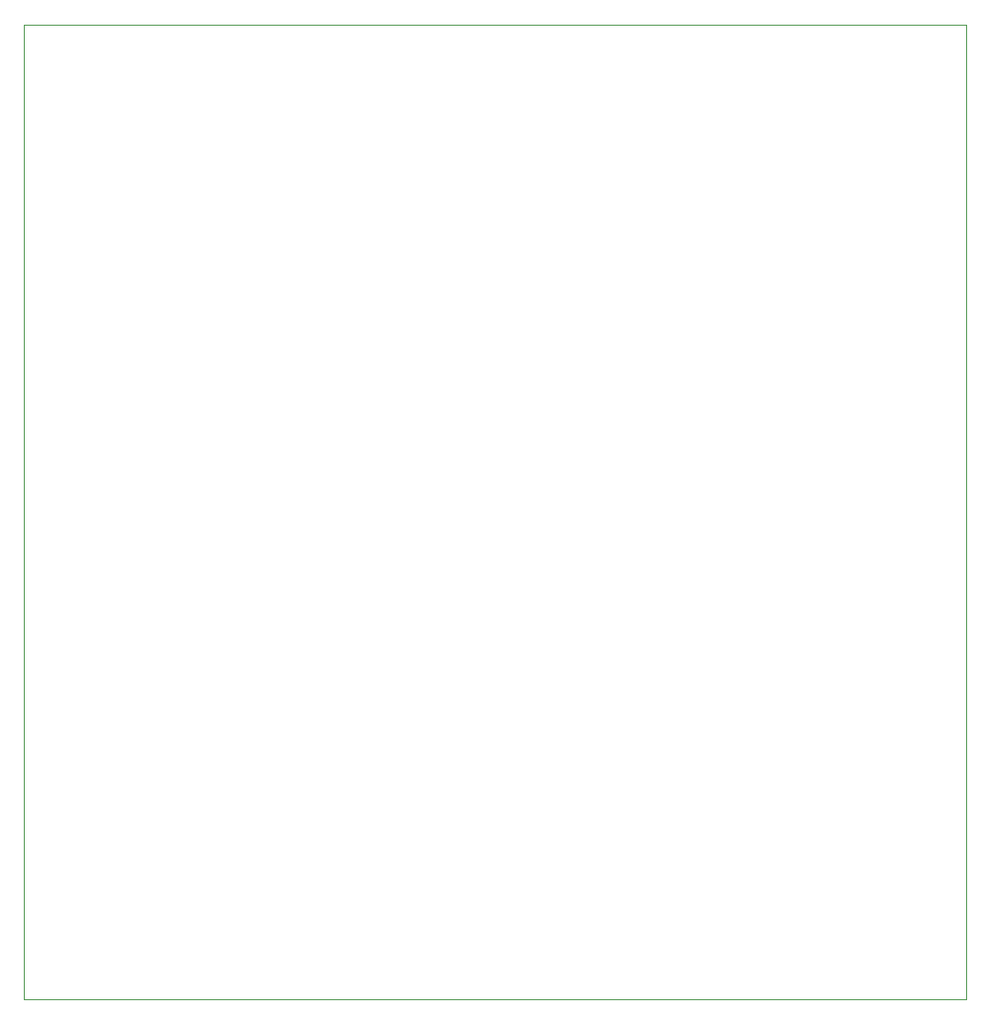
<source format=gm1>
G04 #@! TF.GenerationSoftware,KiCad,Pcbnew,7.0.6*
G04 #@! TF.CreationDate,2023-08-02T15:09:41-04:00*
G04 #@! TF.ProjectId,Turing Machine State,54757269-6e67-4204-9d61-6368696e6520,rev?*
G04 #@! TF.SameCoordinates,Original*
G04 #@! TF.FileFunction,Profile,NP*
%FSLAX46Y46*%
G04 Gerber Fmt 4.6, Leading zero omitted, Abs format (unit mm)*
G04 Created by KiCad (PCBNEW 7.0.6) date 2023-08-02 15:09:41*
%MOMM*%
%LPD*%
G01*
G04 APERTURE LIST*
G04 #@! TA.AperFunction,Profile*
%ADD10C,0.100000*%
G04 #@! TD*
G04 APERTURE END LIST*
D10*
X48000000Y-35000000D02*
X135000000Y-35000000D01*
X135000000Y-125000000D01*
X48000000Y-125000000D01*
X48000000Y-35000000D01*
M02*

</source>
